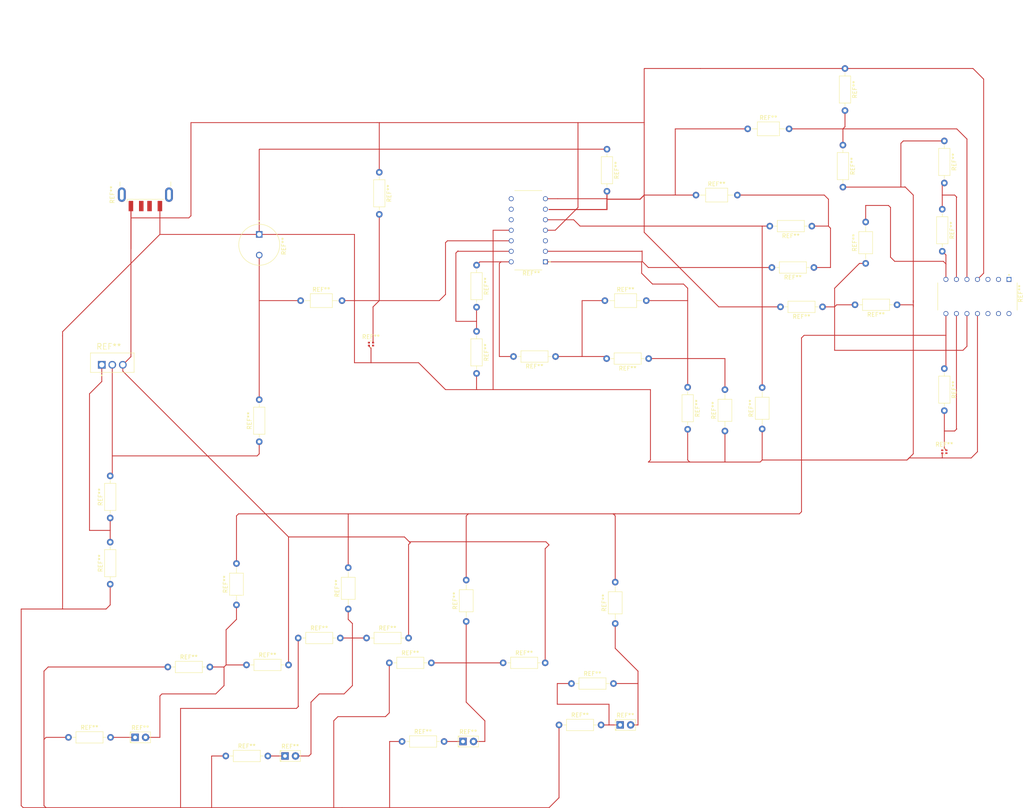
<source format=kicad_pcb>
(kicad_pcb (version 20211014) (generator pcbnew)
  (layers (0 "F.Cu" signal) (31 "B.Cu" signal) (34 "B.Paste" user) (35 "F.Paste" user) (36 "B.SilkS" user "B.Silkscreen") (37 "F.SilkS" user "F.Silkscreen") (38 "B.Mask" user) (39 "F.Mask" user) (44 "Edge.Cuts" user))
  (net 0 "")
  (footprint "LED_THT:LED_D2.0mm_W4.8mm_H2.5mm_FlatTop" (layer "F.Cu") (at 158.683901 174.495164)
    (fp_text reference "REF**" (at 1.27 -2.31) (layer "F.SilkS"))
    (fp_text value "LED_D2.0mm_W4.8mm_H2.5mm_FlatTop")
    (pad "1" thru_hole rect (at 0 0) (size 1.8 1.8) (drill 0.9) (layers *.Cu *.Mask))
    (pad "2" thru_hole circle (at 2.54 0) (size 1.8 1.8) (drill 0.9) (layers *.Cu *.Mask))
  )
  (footprint "Resistor_THT:R_Axial_DIN0207_L6.3mm_D2.5mm_P10.16mm_Horizontal" (layer "F.Cu") (at 102.92 159.5)
    (fp_text reference "REF**" (at 5.08 -2.37) (layer "F.SilkS"))
    (fp_text value "R_Axial_DIN0207_L6.3mm_D2.5mm_P10.16mm_Horizontal")
    (pad "1" thru_hole circle (at 0 0) (size 1.6 1.6) (drill 0.8) (layers *.Cu *.Mask))
    (pad "2" thru_hole oval (at 10.16 0) (size 1.6 1.6) (drill 0.8) (layers *.Cu *.Mask))
  )
  (footprint "Resistor_THT:R_Axial_DIN0207_L6.3mm_D2.5mm_P10.16mm_Horizontal" (layer "F.Cu") (at 236.5 49.92 -90)
    (fp_text reference "REF**" (at 5.08 -2.37 -270) (layer "F.SilkS"))
    (fp_text value "R_Axial_DIN0207_L6.3mm_D2.5mm_P10.16mm_Horizontal")
    (pad "1" thru_hole circle (at 0 0 270) (size 1.6 1.6) (drill 0.8) (layers *.Cu *.Mask))
    (pad "2" thru_hole oval (at 10.16 0 270) (size 1.6 1.6) (drill 0.8) (layers *.Cu *.Mask))
  )
  (footprint "Capacitor_THT:C_Axial_L5.1mm_D3.1mm_P10.00mm_Horizontal" (layer "F.Cu") (at 218 63 90)
    (fp_text reference "REF**" (at 5 -2.67 90) (layer "F.SilkS"))
    (fp_text value "C_Axial_L5.1mm_D3.1mm_P10.00mm_Horizontal")
    (pad "1" thru_hole circle (at 0 0 90) (size 1.6 1.6) (drill 0.8) (layers *.Cu *.Mask))
    (pad "2" thru_hole oval (at 10 0 90) (size 1.6 1.6) (drill 0.8) (layers *.Cu *.Mask))
  )
  (footprint "Capacitor_THT:C_Axial_L5.1mm_D3.1mm_P10.00mm_Horizontal" (layer "F.Cu") (at 184 103.5 90)
    (fp_text reference "REF**" (at 5 -2.67 90) (layer "F.SilkS"))
    (fp_text value "C_Axial_L5.1mm_D3.1mm_P10.00mm_Horizontal")
    (pad "1" thru_hole circle (at 0 0 90) (size 1.6 1.6) (drill 0.8) (layers *.Cu *.Mask))
    (pad "2" thru_hole oval (at 10 0 90) (size 1.6 1.6) (drill 0.8) (layers *.Cu *.Mask))
  )
  (footprint "Resistor_THT:R_Axial_DIN0207_L6.3mm_D2.5mm_P10.16mm_Horizontal" (layer "F.Cu") (at 155.5 35.42 -90)
    (fp_text reference "REF**" (at 5.08 -2.37 -270) (layer "F.SilkS"))
    (fp_text value "R_Axial_DIN0207_L6.3mm_D2.5mm_P10.16mm_Horizontal")
    (pad "1" thru_hole circle (at 0 0 270) (size 1.6 1.6) (drill 0.8) (layers *.Cu *.Mask))
    (pad "2" thru_hole oval (at 10.16 0 270) (size 1.6 1.6) (drill 0.8) (layers *.Cu *.Mask))
  )
  (footprint "Resistor_THT:R_Axial_DIN0207_L6.3mm_D2.5mm_P10.16mm_Horizontal" (layer "F.Cu") (at 35.5 124.5 90)
    (fp_text reference "REF**" (at 5.08 -2.37 90) (layer "F.SilkS"))
    (fp_text value "R_Axial_DIN0207_L6.3mm_D2.5mm_P10.16mm_Horizontal")
    (pad "1" thru_hole circle (at 0 0 90) (size 1.6 1.6) (drill 0.8) (layers *.Cu *.Mask))
    (pad "2" thru_hole oval (at 10.16 0 90) (size 1.6 1.6) (drill 0.8) (layers *.Cu *.Mask))
  )
  (footprint "Capacitor_THT:C_Axial_L5.1mm_D3.1mm_P10.00mm_Horizontal" (layer "F.Cu") (at 189.5 30.5)
    (fp_text reference "REF**" (at 5 -2.67) (layer "F.SilkS"))
    (fp_text value "C_Axial_L5.1mm_D3.1mm_P10.00mm_Horizontal")
    (pad "1" thru_hole circle (at 0 0) (size 1.6 1.6) (drill 0.8) (layers *.Cu *.Mask))
    (pad "2" thru_hole oval (at 10 0) (size 1.6 1.6) (drill 0.8) (layers *.Cu *.Mask))
  )
  (footprint "Resistor_THT:R_Axial_DIN0207_L6.3mm_D2.5mm_P10.16mm_Horizontal" (layer "F.Cu") (at 25.42 177.5)
    (fp_text reference "REF**" (at 5.08 -2.37) (layer "F.SilkS"))
    (fp_text value "R_Axial_DIN0207_L6.3mm_D2.5mm_P10.16mm_Horizontal")
    (pad "1" thru_hole circle (at 0 0) (size 1.6 1.6) (drill 0.8) (layers *.Cu *.Mask))
    (pad "2" thru_hole oval (at 10.16 0) (size 1.6 1.6) (drill 0.8) (layers *.Cu *.Mask))
  )
  (footprint "Resistor_THT:R_Axial_DIN0207_L6.3mm_D2.5mm_P10.16mm_Horizontal" (layer "F.Cu") (at 207.58 73.5 180)
    (fp_text reference "REF**" (at 5.08 -2.37) (layer "F.SilkS"))
    (fp_text value "R_Axial_DIN0207_L6.3mm_D2.5mm_P10.16mm_Horizontal")
    (pad "1" thru_hole circle (at 0 0 180) (size 1.6 1.6) (drill 0.8) (layers *.Cu *.Mask))
    (pad "2" thru_hole oval (at 10.16 0 180) (size 1.6 1.6) (drill 0.8) (layers *.Cu *.Mask))
  )
  (footprint "Resistor_THT:R_Axial_DIN0207_L6.3mm_D2.5mm_P10.16mm_Horizontal" (layer "F.Cu") (at 124 79.42 -90)
    (fp_text reference "REF**" (at 5.08 -2.37 90) (layer "F.SilkS"))
    (fp_text value "R_Axial_DIN0207_L6.3mm_D2.5mm_P10.16mm_Horizontal")
    (pad "1" thru_hole circle (at 0 0 270) (size 1.6 1.6) (drill 0.8) (layers *.Cu *.Mask))
    (pad "2" thru_hole oval (at 10.16 0 270) (size 1.6 1.6) (drill 0.8) (layers *.Cu *.Mask))
  )
  (footprint "Resistor_THT:R_Axial_DIN0207_L6.3mm_D2.5mm_P10.16mm_Horizontal" (layer "F.Cu") (at 63.42 182)
    (fp_text reference "REF**" (at 5.08 -2.37) (layer "F.SilkS"))
    (fp_text value "R_Axial_DIN0207_L6.3mm_D2.5mm_P10.16mm_Horizontal")
    (pad "1" thru_hole circle (at 0 0) (size 1.6 1.6) (drill 0.8) (layers *.Cu *.Mask))
    (pad "2" thru_hole oval (at 10.16 0) (size 1.6 1.6) (drill 0.8) (layers *.Cu *.Mask))
  )
  (footprint "Resistor_THT:R_Axial_DIN0207_L6.3mm_D2.5mm_P10.16mm_Horizontal" (layer "F.Cu") (at 143.92 174.5)
    (fp_text reference "REF**" (at 5.08 -2.37) (layer "F.SilkS"))
    (fp_text value "R_Axial_DIN0207_L6.3mm_D2.5mm_P10.16mm_Horizontal")
    (pad "1" thru_hole circle (at 0 0) (size 1.6 1.6) (drill 0.8) (layers *.Cu *.Mask))
    (pad "2" thru_hole oval (at 10.16 0) (size 1.6 1.6) (drill 0.8) (layers *.Cu *.Mask))
  )
  (footprint "Capacitor_THT:C_Axial_L5.1mm_D3.1mm_P10.00mm_Horizontal" (layer "F.Cu") (at 155 72)
    (fp_text reference "REF**" (at 5 -2.67) (layer "F.SilkS"))
    (fp_text value "C_Axial_L5.1mm_D3.1mm_P10.00mm_Horizontal")
    (pad "1" thru_hole circle (at 0 0) (size 1.6 1.6) (drill 0.8) (layers *.Cu *.Mask))
    (pad "2" thru_hole oval (at 10 0) (size 1.6 1.6) (drill 0.8) (layers *.Cu *.Mask))
  )
  (footprint "Resistor_THT:R_Axial_DIN0207_L6.3mm_D2.5mm_P10.16mm_Horizontal" (layer "F.Cu") (at 71.5 106.08 90)
    (fp_text reference "REF**" (at 5.08 -2.37 90) (layer "F.SilkS"))
    (fp_text value "R_Axial_DIN0207_L6.3mm_D2.5mm_P10.16mm_Horizontal")
    (pad "1" thru_hole circle (at 0 0 90) (size 1.6 1.6) (drill 0.8) (layers *.Cu *.Mask))
    (pad "2" thru_hole oval (at 10.16 0 90) (size 1.6 1.6) (drill 0.8) (layers *.Cu *.Mask))
  )
  (footprint "Resistor_THT:R_Axial_DIN0207_L6.3mm_D2.5mm_P10.16mm_Horizontal" (layer "F.Cu") (at 165.58 86 180)
    (fp_text reference "REF**" (at 5.08 -2.37) (layer "F.SilkS"))
    (fp_text value "R_Axial_DIN0207_L6.3mm_D2.5mm_P10.16mm_Horizontal")
    (pad "1" thru_hole circle (at 0 0 180) (size 1.6 1.6) (drill 0.8) (layers *.Cu *.Mask))
    (pad "2" thru_hole oval (at 10.16 0 180) (size 1.6 1.6) (drill 0.8) (layers *.Cu *.Mask))
  )
  (footprint "Resistor_THT:R_Axial_DIN0207_L6.3mm_D2.5mm_P10.16mm_Horizontal" (layer "F.Cu") (at 106 178.5)
    (fp_text reference "REF**" (at 5.08 -2.37) (layer "F.SilkS"))
    (fp_text value "R_Axial_DIN0207_L6.3mm_D2.5mm_P10.16mm_Horizontal")
    (pad "1" thru_hole circle (at 0 0) (size 1.6 1.6) (drill 0.8) (layers *.Cu *.Mask))
    (pad "2" thru_hole oval (at 10.16 0) (size 1.6 1.6) (drill 0.8) (layers *.Cu *.Mask))
  )
  (footprint "LED_THT:LED_D2.0mm_W4.8mm_H2.5mm_FlatTop" (layer "F.Cu") (at 41.5 177.5)
    (fp_text reference "REF**" (at 1.27 -2.31) (layer "F.SilkS"))
    (fp_text value "LED_D2.0mm_W4.8mm_H2.5mm_FlatTop")
    (pad "1" thru_hole rect (at 0 0) (size 1.8 1.8) (drill 0.9) (layers *.Cu *.Mask))
    (pad "2" thru_hole circle (at 2.54 0) (size 1.8 1.8) (drill 0.9) (layers *.Cu *.Mask))
  )
  (footprint "Resistor_THT:R_Axial_DIN0207_L6.3mm_D2.5mm_P10.16mm_Horizontal" (layer "F.Cu") (at 237 33.42 -90)
    (fp_text reference "REF**" (at 5.08 -2.37 -270) (layer "F.SilkS"))
    (fp_text value "R_Axial_DIN0207_L6.3mm_D2.5mm_P10.16mm_Horizontal")
    (pad "1" thru_hole circle (at 0 0 270) (size 1.6 1.6) (drill 0.8) (layers *.Cu *.Mask))
    (pad "2" thru_hole oval (at 10.16 0 270) (size 1.6 1.6) (drill 0.8) (layers *.Cu *.Mask))
  )
  (footprint "Resistor_THT:R_Axial_DIN0207_L6.3mm_D2.5mm_P10.16mm_Horizontal" (layer "F.Cu") (at 213 15.92 -90)
    (fp_text reference "REF**" (at 5.08 -2.37 -270) (layer "F.SilkS"))
    (fp_text value "R_Axial_DIN0207_L6.3mm_D2.5mm_P10.16mm_Horizontal")
    (pad "1" thru_hole circle (at 0 0 270) (size 1.6 1.6) (drill 0.8) (layers *.Cu *.Mask))
    (pad "2" thru_hole oval (at 10.16 0 270) (size 1.6 1.6) (drill 0.8) (layers *.Cu *.Mask))
  )
  (footprint "TO254P1054X470X1955-3" (layer "F.Cu") (at 36 87.5)
    (fp_text reference "REF**" (at -0.835 -4.399) (layer "F.SilkS") (effects (font (size 1.4 1.4))))
    (fp_text value "TO254P1054X470X1955-3")
    (pad "1" thru_hole rect locked (at -2.54 0) (size 1.86 1.86) (drill 1.24) (layers *.Cu *.Mask))
    (pad "2" thru_hole circle locked (at 0 0) (size 1.86 1.86) (drill 1.24) (layers *.Cu *.Mask))
    (pad "3" thru_hole circle locked (at 2.54 0) (size 1.86 1.86) (drill 1.24) (layers *.Cu *.Mask))
  )
  (footprint "Resistor_THT:R_Axial_DIN0207_L6.3mm_D2.5mm_P10.16mm_Horizontal" (layer "F.Cu") (at 49.42 160.5)
    (fp_text reference "REF**" (at 5.08 -2.37) (layer "F.SilkS"))
    (fp_text value "R_Axial_DIN0207_L6.3mm_D2.5mm_P10.16mm_Horizontal")
    (pad "1" thru_hole circle (at 0 0) (size 1.6 1.6) (drill 0.8) (layers *.Cu *.Mask))
    (pad "2" thru_hole oval (at 10.16 0) (size 1.6 1.6) (drill 0.8) (layers *.Cu *.Mask))
  )
  (footprint "Capacitor_THT:C_Axial_L5.1mm_D3.1mm_P10.00mm_Horizontal" (layer "F.Cu") (at 93 146.5 90)
    (fp_text reference "REF**" (at 5 -2.67 90) (layer "F.SilkS"))
    (fp_text value "C_Axial_L5.1mm_D3.1mm_P10.00mm_Horizontal")
    (pad "1" thru_hole circle (at 0 0 90) (size 1.6 1.6) (drill 0.8) (layers *.Cu *.Mask))
    (pad "2" thru_hole oval (at 10 0 90) (size 1.6 1.6) (drill 0.8) (layers *.Cu *.Mask))
  )
  (footprint "Resistor_THT:R_Axial_DIN0207_L6.3mm_D2.5mm_P10.16mm_Horizontal" (layer "F.Cu") (at 68.42 160)
    (fp_text reference "REF**" (at 5.08 -2.37) (layer "F.SilkS"))
    (fp_text value "R_Axial_DIN0207_L6.3mm_D2.5mm_P10.16mm_Horizontal")
    (pad "1" thru_hole circle (at 0 0) (size 1.6 1.6) (drill 0.8) (layers *.Cu *.Mask))
    (pad "2" thru_hole oval (at 10.16 0) (size 1.6 1.6) (drill 0.8) (layers *.Cu *.Mask))
  )
  (footprint "Resistor_THT:R_Axial_DIN0207_L6.3mm_D2.5mm_P10.16mm_Horizontal" (layer "F.Cu") (at 225.58 73 180)
    (fp_text reference "REF**" (at 5.08 -2.37) (layer "F.SilkS"))
    (fp_text value "R_Axial_DIN0207_L6.3mm_D2.5mm_P10.16mm_Horizontal")
    (pad "1" thru_hole circle (at 0 0 180) (size 1.6 1.6) (drill 0.8) (layers *.Cu *.Mask))
    (pad "2" thru_hole oval (at 10.16 0 180) (size 1.6 1.6) (drill 0.8) (layers *.Cu *.Mask))
  )
  (footprint "XDCR_MA300D1-1" (layer "F.Cu") (at 71.5 58.5 -90)
    (fp_text reference "REF**" (at 0.325 -5.935 90) (layer "F.SilkS"))
    (fp_text value "XDCR_MA300D1-1")
    (pad "1" thru_hole rect locked (at -2.5 0 270) (size 1.59 1.59) (drill 1.06) (layers *.Cu *.Mask))
    (pad "2" thru_hole circle locked (at 2.5 0 270) (size 1.59 1.59) (drill 1.06) (layers *.Cu *.Mask))
  )
  (footprint "DIP825W47P254L1917H533Q14" (layer "F.Cu") (at 245 71 -90)
    (fp_text reference "REF**" (at -0.717 -10.4005 90) (layer "F.SilkS"))
    (fp_text value "DIP825W47P254L1917H533Q14")
    (pad "1" thru_hole rect locked (at -4.1275 -7.62 270) (size 1.18 1.18) (drill 0.83) (layers *.Cu *.Mask))
    (pad "2" thru_hole circle locked (at -4.1275 -5.08 270) (size 1.18 1.18) (drill 0.83) (layers *.Cu *.Mask))
    (pad "3" thru_hole circle locked (at -4.1275 -2.54 270) (size 1.18 1.18) (drill 0.83) (layers *.Cu *.Mask))
    (pad "4" thru_hole circle locked (at -4.1275 0 270) (size 1.18 1.18) (drill 0.83) (layers *.Cu *.Mask))
    (pad "5" thru_hole circle locked (at -4.1275 2.54 270) (size 1.18 1.18) (drill 0.83) (layers *.Cu *.Mask))
    (pad "6" thru_hole circle locked (at -4.1275 5.08 270) (size 1.18 1.18) (drill 0.83) (layers *.Cu *.Mask))
    (pad "7" thru_hole circle locked (at -4.1275 7.62 270) (size 1.18 1.18) (drill 0.83) (layers *.Cu *.Mask))
    (pad "8" thru_hole circle locked (at 4.1275 7.62 270) (size 1.18 1.18) (drill 0.83) (layers *.Cu *.Mask))
    (pad "9" thru_hole circle locked (at 4.1275 5.08 270) (size 1.18 1.18) (drill 0.83) (layers *.Cu *.Mask))
    (pad "10" thru_hole circle locked (at 4.1275 2.54 270) (size 1.18 1.18) (drill 0.83) (layers *.Cu *.Mask))
    (pad "11" thru_hole circle locked (at 4.1275 0 270) (size 1.18 1.18) (drill 0.83) (layers *.Cu *.Mask))
    (pad "12" thru_hole circle locked (at 4.1275 -2.54 270) (size 1.18 1.18) (drill 0.83) (layers *.Cu *.Mask))
    (pad "13" thru_hole circle locked (at 4.1275 -5.08 270) (size 1.18 1.18) (drill 0.83) (layers *.Cu *.Mask))
    (pad "14" thru_hole circle locked (at 4.1275 -7.62 270) (size 1.18 1.18) (drill 0.83) (layers *.Cu *.Mask))
  )
  (footprint "Resistor_THT:R_Axial_DIN0207_L6.3mm_D2.5mm_P10.16mm_Horizontal" (layer "F.Cu") (at 212.5 34.42 -90)
    (fp_text reference "REF**" (at 5.08 -2.37 -270) (layer "F.SilkS"))
    (fp_text value "R_Axial_DIN0207_L6.3mm_D2.5mm_P10.16mm_Horizontal")
    (pad "1" thru_hole circle (at 0 0 270) (size 1.6 1.6) (drill 0.8) (layers *.Cu *.Mask))
    (pad "2" thru_hole oval (at 10.16 0 270) (size 1.6 1.6) (drill 0.8) (layers *.Cu *.Mask))
  )
  (footprint "Resistor_SMD:R_Array_Convex_2x0402" (layer "F.Cu") (at 237 108.5)
    (fp_text reference "REF**" (at 0 -1.75) (layer "F.SilkS"))
    (fp_text value "R_Array_Convex_2x0402")
    (pad "1" smd rect (at -0.5 -0.35) (size 0.5 0.4) (layers "F.Cu" "F.Paste" "F.Mask"))
    (pad "2" smd rect (at -0.5 0.35) (size 0.5 0.4) (layers "F.Cu" "F.Paste" "F.Mask"))
    (pad "3" smd rect (at 0.5 0.35) (size 0.5 0.4) (layers "F.Cu" "F.Paste" "F.Mask"))
    (pad "4" smd rect (at 0.5 -0.35) (size 0.5 0.4) (layers "F.Cu" "F.Paste" "F.Mask"))
  )
  (footprint "Capacitor_THT:C_Axial_L5.1mm_D3.1mm_P10.00mm_Horizontal" (layer "F.Cu") (at 157.5 150 90)
    (fp_text reference "REF**" (at 5 -2.67 90) (layer "F.SilkS"))
    (fp_text value "C_Axial_L5.1mm_D3.1mm_P10.00mm_Horizontal")
    (pad "1" thru_hole circle (at 0 0 90) (size 1.6 1.6) (drill 0.8) (layers *.Cu *.Mask))
    (pad "2" thru_hole oval (at 10 0 90) (size 1.6 1.6) (drill 0.8) (layers *.Cu *.Mask))
  )
  (footprint "Resistor_THT:R_Axial_DIN0207_L6.3mm_D2.5mm_P10.16mm_Horizontal" (layer "F.Cu") (at 35.5 140.5 90)
    (fp_text reference "REF**" (at 5.08 -2.37 90) (layer "F.SilkS"))
    (fp_text value "R_Axial_DIN0207_L6.3mm_D2.5mm_P10.16mm_Horizontal")
    (pad "1" thru_hole circle (at 0 0 90) (size 1.6 1.6) (drill 0.8) (layers *.Cu *.Mask))
    (pad "2" thru_hole oval (at 10.16 0 90) (size 1.6 1.6) (drill 0.8) (layers *.Cu *.Mask))
  )
  (footprint "Capacitor_THT:C_Axial_L5.1mm_D3.1mm_P10.00mm_Horizontal" (layer "F.Cu") (at 177 46.5)
    (fp_text reference "REF**" (at 5 -2.67) (layer "F.SilkS"))
    (fp_text value "C_Axial_L5.1mm_D3.1mm_P10.00mm_Horizontal")
    (pad "1" thru_hole circle (at 0 0) (size 1.6 1.6) (drill 0.8) (layers *.Cu *.Mask))
    (pad "2" thru_hole oval (at 10 0) (size 1.6 1.6) (drill 0.8) (layers *.Cu *.Mask))
  )
  (footprint "Resistor_THT:R_Axial_DIN0207_L6.3mm_D2.5mm_P10.16mm_Horizontal" (layer "F.Cu") (at 130.42 159.5)
    (fp_text reference "REF**" (at 5.08 -2.37) (layer "F.SilkS"))
    (fp_text value "R_Axial_DIN0207_L6.3mm_D2.5mm_P10.16mm_Horizontal")
    (pad "1" thru_hole circle (at 0 0) (size 1.6 1.6) (drill 0.8) (layers *.Cu *.Mask))
    (pad "2" thru_hole oval (at 10.16 0) (size 1.6 1.6) (drill 0.8) (layers *.Cu *.Mask))
  )
  (footprint "Resistor_THT:R_Axial_DIN0207_L6.3mm_D2.5mm_P10.16mm_Horizontal" (layer "F.Cu") (at 146.92 164.5)
    (fp_text reference "REF**" (at 5.08 -2.37) (layer "F.SilkS"))
    (fp_text value "R_Axial_DIN0207_L6.3mm_D2.5mm_P10.16mm_Horizontal")
    (pad "1" thru_hole circle (at 0 0) (size 1.6 1.6) (drill 0.8) (layers *.Cu *.Mask))
    (pad "2" thru_hole oval (at 10.16 0) (size 1.6 1.6) (drill 0.8) (layers *.Cu *.Mask))
  )
  (footprint "Resistor_THT:R_Axial_DIN0207_L6.3mm_D2.5mm_P10.16mm_Horizontal" (layer "F.Cu") (at 97.42 153.5)
    (fp_text reference "REF**" (at 5.08 -2.37) (layer "F.SilkS"))
    (fp_text value "R_Axial_DIN0207_L6.3mm_D2.5mm_P10.16mm_Horizontal")
    (pad "1" thru_hole circle (at 0 0) (size 1.6 1.6) (drill 0.8) (layers *.Cu *.Mask))
    (pad "2" thru_hole oval (at 10.16 0) (size 1.6 1.6) (drill 0.8) (layers *.Cu *.Mask))
  )
  (footprint "LED_THT:LED_D2.0mm_W4.8mm_H2.5mm_FlatTop" (layer "F.Cu") (at 77.725 182)
    (fp_text reference "REF**" (at 1.27 -2.31) (layer "F.SilkS"))
    (fp_text value "LED_D2.0mm_W4.8mm_H2.5mm_FlatTop")
    (pad "1" thru_hole rect (at 0 0) (size 1.8 1.8) (drill 0.9) (layers *.Cu *.Mask))
    (pad "2" thru_hole circle (at 2.54 0) (size 1.8 1.8) (drill 0.9) (layers *.Cu *.Mask))
  )
  (footprint "Resistor_THT:R_Axial_DIN0207_L6.3mm_D2.5mm_P10.16mm_Horizontal" (layer "F.Cu") (at 175 92.92 -90)
    (fp_text reference "REF**" (at 5.08 -2.37 -270) (layer "F.SilkS"))
    (fp_text value "R_Axial_DIN0207_L6.3mm_D2.5mm_P10.16mm_Horizontal")
    (pad "1" thru_hole circle (at 0 0 270) (size 1.6 1.6) (drill 0.8) (layers *.Cu *.Mask))
    (pad "2" thru_hole oval (at 10.16 0 270) (size 1.6 1.6) (drill 0.8) (layers *.Cu *.Mask))
  )
  (footprint "Resistor_THT:R_Axial_DIN0207_L6.3mm_D2.5mm_P10.16mm_Horizontal" (layer "F.Cu") (at 237 88.42 -90)
    (fp_text reference "REF**" (at 5.08 -2.37 -270) (layer "F.SilkS"))
    (fp_text value "R_Axial_DIN0207_L6.3mm_D2.5mm_P10.16mm_Horizontal")
    (pad "1" thru_hole circle (at 0 0 270) (size 1.6 1.6) (drill 0.8) (layers *.Cu *.Mask))
    (pad "2" thru_hole oval (at 10.16 0 270) (size 1.6 1.6) (drill 0.8) (layers *.Cu *.Mask))
  )
  (footprint "Capacitor_THT:C_Axial_L5.1mm_D3.1mm_P10.00mm_Horizontal" (layer "F.Cu") (at 66 145.5 90)
    (fp_text reference "REF**" (at 5 -2.67 90) (layer "F.SilkS"))
    (fp_text value "C_Axial_L5.1mm_D3.1mm_P10.00mm_Horizontal")
    (pad "1" thru_hole circle (at 0 0 90) (size 1.6 1.6) (drill 0.8) (layers *.Cu *.Mask))
    (pad "2" thru_hole oval (at 10 0 90) (size 1.6 1.6) (drill 0.8) (layers *.Cu *.Mask))
  )
  (footprint "Connector_USB:USB_A_CNCTech_1001-011-01101_Horizontal" (layer "F.Cu") (at 44 39.5 90)
    (fp_text reference "REF**" (at -6.9 -8 90) (layer "F.SilkS"))
    (fp_text value "USB_A_CNCTech_1001-011-01101_Horizontal")
    (pad "" np_thru_hole circle (at -6.9 2.3 90) (size 1.1 1.1) (drill 1.1) (layers *.Cu *.Mask))
    (pad "" np_thru_hole circle (at -6.9 -2.3 90) (size 1.1 1.1) (drill 1.1) (layers *.Cu *.Mask))
    (pad "1" smd rect (at -9.65 -3.5 90) (size 2.5 1.1) (layers "F.Cu" "F.Paste" "F.Mask"))
    (pad "2" smd rect (at -9.65 -1 90) (size 2.5 1.1) (layers "F.Cu" "F.Paste" "F.Mask"))
    (pad "3" smd rect (at -9.65 1 90) (size 2.5 1.1) (layers "F.Cu" "F.Paste" "F.Mask"))
    (pad "4" smd rect (at -9.65 3.5 90) (size 2.5 1.1) (layers "F.Cu" "F.Paste" "F.Mask"))
    (pad "5" thru_hole oval (at -6.9 -5.7 90) (size 3.5 1.9) (drill oval 2.5 0.9) (layers *.Cu *.Mask))
    (pad "5" thru_hole oval (at -6.9 5.7 90) (size 3.5 1.9) (drill oval 2.5 0.9) (layers *.Cu *.Mask))
  )
  (footprint "Resistor_SMD:R_Array_Convex_2x0402" (layer "F.Cu") (at 98.5 82.5)
    (fp_text reference "REF**" (at 0 -1.75) (layer "F.SilkS"))
    (fp_text value "R_Array_Convex_2x0402")
    (pad "1" smd rect (at -0.5 -0.35) (size 0.5 0.4) (layers "F.Cu" "F.Paste" "F.Mask"))
    (pad "2" smd rect (at -0.5 0.35) (size 0.5 0.4) (layers "F.Cu" "F.Paste" "F.Mask"))
    (pad "3" smd rect (at 0.5 0.35) (size 0.5 0.4) (layers "F.Cu" "F.Paste" "F.Mask"))
    (pad "4" smd rect (at 0.5 -0.35) (size 0.5 0.4) (layers "F.Cu" "F.Paste" "F.Mask"))
  )
  (footprint "Capacitor_THT:C_Axial_L5.1mm_D3.1mm_P10.00mm_Horizontal" (layer "F.Cu") (at 193 103 90)
    (fp_text reference "REF**" (at 5 -2.67 90) (layer "F.SilkS"))
    (fp_text value "C_Axial_L5.1mm_D3.1mm_P10.00mm_Horizontal")
    (pad "1" thru_hole circle (at 0 0 90) (size 1.6 1.6) (drill 0.8) (layers *.Cu *.Mask))
    (pad "2" thru_hole oval (at 10 0 90) (size 1.6 1.6) (drill 0.8) (layers *.Cu *.Mask))
  )
  (footprint "Resistor_THT:R_Axial_DIN0207_L6.3mm_D2.5mm_P10.16mm_Horizontal" (layer "F.Cu") (at 124 63.42 -90)
    (fp_text reference "REF**" (at 5.08 -2.37 90) (layer "F.SilkS"))
    (fp_text value "R_Axial_DIN0207_L6.3mm_D2.5mm_P10.16mm_Horizontal")
    (pad "1" thru_hole circle (at 0 0 270) (size 1.6 1.6) (drill 0.8) (layers *.Cu *.Mask))
    (pad "2" thru_hole oval (at 10.16 0 270) (size 1.6 1.6) (drill 0.8) (layers *.Cu *.Mask))
  )
  (footprint "DIP825W47P254L1917H533Q14" (layer "F.Cu") (at 136.5 55 180)
    (fp_text reference "REF**" (at -0.717 -10.4005) (layer "F.SilkS"))
    (fp_text value "DIP825W47P254L1917H533Q14")
    (pad "1" thru_hole rect locked (at -4.1275 -7.62 180) (size 1.18 1.18) (drill 0.83) (layers *.Cu *.Mask))
    (pad "2" thru_hole circle locked (at -4.1275 -5.08 180) (size 1.18 1.18) (drill 0.83) (layers *.Cu *.Mask))
    (pad "3" thru_hole circle locked (at -4.1275 -2.54 180) (size 1.18 1.18) (drill 0.83) (layers *.Cu *.Mask))
    (pad "4" thru_hole circle locked (at -4.1275 0 180) (size 1.18 1.18) (drill 0.83) (layers *.Cu *.Mask))
    (pad "5" thru_hole circle locked (at -4.1275 2.54 180) (size 1.18 1.18) (drill 0.83) (layers *.Cu *.Mask))
    (pad "6" thru_hole circle locked (at -4.1275 5.08 180) (size 1.18 1.18) (drill 0.83) (layers *.Cu *.Mask))
    (pad "7" thru_hole circle locked (at -4.1275 7.62 180) (size 1.18 1.18) (drill 0.83) (layers *.Cu *.Mask))
    (pad "8" thru_hole circle locked (at 4.1275 7.62 180) (size 1.18 1.18) (drill 0.83) (layers *.Cu *.Mask))
    (pad "9" thru_hole circle locked (at 4.1275 5.08 180) (size 1.18 1.18) (drill 0.83) (layers *.Cu *.Mask))
    (pad "10" thru_hole circle locked (at 4.1275 2.54 180) (size 1.18 1.18) (drill 0.83) (layers *.Cu *.Mask))
    (pad "11" thru_hole circle locked (at 4.1275 0 180) (size 1.18 1.18) (drill 0.83) (layers *.Cu *.Mask))
    (pad "12" thru_hole circle locked (at 4.1275 -2.54 180) (size 1.18 1.18) (drill 0.83) (layers *.Cu *.Mask))
    (pad "13" thru_hole circle locked (at 4.1275 -5.08 180) (size 1.18 1.18) (drill 0.83) (layers *.Cu *.Mask))
    (pad "14" thru_hole circle locked (at 4.1275 -7.62 180) (size 1.18 1.18) (drill 0.83) (layers *.Cu *.Mask))
  )
  (footprint "Resistor_THT:R_Axial_DIN0207_L6.3mm_D2.5mm_P10.16mm_Horizontal" (layer "F.Cu") (at 205.5 64 180)
    (fp_text reference "REF**" (at 5.08 -2.37) (layer "F.SilkS"))
    (fp_text value "R_Axial_DIN0207_L6.3mm_D2.5mm_P10.16mm_Horizontal")
    (pad "1" thru_hole circle (at 0 0 180) (size 1.6 1.6) (drill 0.8) (layers *.Cu *.Mask))
    (pad "2" thru_hole oval (at 10.16 0 180) (size 1.6 1.6) (drill 0.8) (layers *.Cu *.Mask))
  )
  (footprint "LED_THT:LED_D2.0mm_W4.8mm_H2.5mm_FlatTop" (layer "F.Cu") (at 120.725 178.5)
    (fp_text reference "REF**" (at 1.27 -2.31) (layer "F.SilkS"))
    (fp_text value "LED_D2.0mm_W4.8mm_H2.5mm_FlatTop")
    (pad "1" thru_hole rect (at 0 0) (size 1.8 1.8) (drill 0.9) (layers *.Cu *.Mask))
    (pad "2" thru_hole circle (at 2.54 0) (size 1.8 1.8) (drill 0.9) (layers *.Cu *.Mask))
  )
  (footprint "Resistor_THT:R_Axial_DIN0207_L6.3mm_D2.5mm_P10.16mm_Horizontal" (layer "F.Cu") (at 100.5 41 -90)
    (fp_text reference "REF**" (at 5.08 -2.37 90) (layer "F.SilkS"))
    (fp_text value "R_Axial_DIN0207_L6.3mm_D2.5mm_P10.16mm_Horizontal")
    (pad "1" thru_hole circle (at 0 0 270) (size 1.6 1.6) (drill 0.8) (layers *.Cu *.Mask))
    (pad "2" thru_hole oval (at 10.16 0 270) (size 1.6 1.6) (drill 0.8) (layers *.Cu *.Mask))
  )
  (footprint "Capacitor_THT:C_Axial_L5.1mm_D3.1mm_P10.00mm_Horizontal" (layer "F.Cu") (at 81.5 72)
    (fp_text reference "REF**" (at 5 -2.67) (layer "F.SilkS"))
    (fp_text value "C_Axial_L5.1mm_D3.1mm_P10.00mm_Horizontal")
    (pad "1" thru_hole circle (at 0 0) (size 1.6 1.6) (drill 0.8) (layers *.Cu *.Mask))
    (pad "2" thru_hole oval (at 10 0) (size 1.6 1.6) (drill 0.8) (layers *.Cu *.Mask))
  )
  (footprint "Resistor_THT:R_Axial_DIN0207_L6.3mm_D2.5mm_P10.16mm_Horizontal" (layer "F.Cu") (at 143.08 85.5 180)
    (fp_text reference "REF**" (at 5.08 -2.37) (layer "F.SilkS"))
    (fp_text value "R_Axial_DIN0207_L6.3mm_D2.5mm_P10.16mm_Horizontal")
    (pad "1" thru_hole circle (at 0 0 180) (size 1.6 1.6) (drill 0.8) (layers *.Cu *.Mask))
    (pad "2" thru_hole oval (at 10.16 0 180) (size 1.6 1.6) (drill 0.8) (layers *.Cu *.Mask))
  )
  (footprint "Resistor_THT:R_Axial_DIN0207_L6.3mm_D2.5mm_P10.16mm_Horizontal" (layer "F.Cu") (at 205 54 180)
    (fp_text reference "REF**" (at 5.08 -2.37) (layer "F.SilkS"))
    (fp_text value "R_Axial_DIN0207_L6.3mm_D2.5mm_P10.16mm_Horizontal")
    (pad "1" thru_hole circle (at 0 0 180) (size 1.6 1.6) (drill 0.8) (layers *.Cu *.Mask))
    (pad "2" thru_hole oval (at 10.16 0 180) (size 1.6 1.6) (drill 0.8) (layers *.Cu *.Mask))
  )
  (footprint "Capacitor_THT:C_Axial_L5.1mm_D3.1mm_P10.00mm_Horizontal" (layer "F.Cu") (at 121.5 149.5 90)
    (fp_text reference "REF**" (at 5 -2.67 90) (layer "F.SilkS"))
    (fp_text value "C_Axial_L5.1mm_D3.1mm_P10.00mm_Horizontal")
    (pad "1" thru_hole circle (at 0 0 90) (size 1.6 1.6) (drill 0.8) (layers *.Cu *.Mask))
    (pad "2" thru_hole oval (at 10 0 90) (size 1.6 1.6) (drill 0.8) (layers *.Cu *.Mask))
  )
  (footprint "Resistor_THT:R_Axial_DIN0207_L6.3mm_D2.5mm_P10.16mm_Horizontal" (layer "F.Cu") (at 80.92 153.5)
    (fp_text reference "REF**" (at 5.08 -2.37) (layer "F.SilkS"))
    (fp_text value "R_Axial_DIN0207_L6.3mm_D2.5mm_P10.16mm_Horizontal")
    (pad "1" thru_hole circle (at 0 0) (size 1.6 1.6) (drill 0.8) (layers *.Cu *.Mask))
    (pad "2" thru_hole oval (at 10.16 0) (size 1.6 1.6) (drill 0.8) (layers *.Cu *.Mask))
  )
  (segment (start 33.46 87.5) (end 33.46 91.54) (width 0.2) (layer "F.Cu") (net 0))
  (segment (start 229.5 109) (end 229.5 73) (width 0.2) (layer "F.Cu") (net 0))
  (segment (start 102 172.5) (end 90.5 172.5) (width 0.2) (layer "F.Cu") (net 0))
  (segment (start 157.5 123.5) (end 122 123.5) (width 0.2) (layer "F.Cu") (net 0))
  (segment (start 99 73.5) (end 100.5 72) (width 0.2) (layer "F.Cu") (net 0))
  (segment (start 119.58 60.08) (end 119.5 60) (width 0.2) (layer "F.Cu") (net 0))
  (segment (start 121.5 159.5) (end 130.42 159.5) (width 0.2) (layer "F.Cu") (net 0))
  (segment (start 202.5 123) (end 202 123.5) (width 0.2) (layer "F.Cu") (net 0))
  (segment (start 210.5 73.5) (end 210.5 84) (width 0.2) (layer "F.Cu") (net 0))
  (segment (start 162.995164 174.495164) (end 161.223901 174.495164) (width 0.2) (layer "F.Cu") (net 0))
  (segment (start 143.92 192.08) (end 143.92 174.5) (width 0.2) (layer "F.Cu") (net 0))
  (segment (start 71.5 109) (end 71 109.5) (width 0.2) (layer "F.Cu") (net 0))
  (segment (start 236.5 46.5) (end 236.5 44.08) (width 0.2) (layer "F.Cu") (net 0))
  (segment (start 237 103.5) (end 237 107.65) (width 0.2) (layer "F.Cu") (net 0))
  (segment (start 243.5 110) (end 245 108.5) (width 0.2) (layer "F.Cu") (net 0))
  (segment (start 119 60.5) (end 119 77) (width 0.2) (layer "F.Cu") (net 0))
  (segment (start 157.5 123.5) (end 157 123.5) (width 0.2) (layer "F.Cu") (net 0))
  (segment (start 210.5 73.5) (end 211 73) (width 0.2) (layer "F.Cu") (net 0))
  (segment (start 100.5 41) (end 100.5 29) (width 0.2) (layer "F.Cu") (net 0))
  (segment (start 236.76 62.5) (end 225 62.5) (width 0.2) (layer "F.Cu") (net 0))
  (segment (start 243.92 15.92) (end 246.5 18.5) (width 0.2) (layer "F.Cu") (net 0))
  (segment (start 52.5 194.5) (end 91.5 194.5) (width 0.2) (layer "F.Cu") (net 0))
  (segment (start 40.5 49.15) (end 40.5 52) (width 0.2) (layer "F.Cu") (net 0))
  (segment (start 141.5 194.5) (end 143.92 192.08) (width 0.2) (layer "F.Cu") (net 0))
  (segment (start 164.58 15.92) (end 164.5 16) (width 0.2) (layer "F.Cu") (net 0))
  (segment (start 224 49.5) (end 223.5 49) (width 0.2) (layer "F.Cu") (net 0))
  (segment (start 20 194.5) (end 52.5 194.5) (width 0.2) (layer "F.Cu") (net 0))
  (segment (start 212.5 30.5) (end 212.5 34.42) (width 0.2) (layer "F.Cu") (net 0))
  (segment (start 36 113.84) (end 35.5 114.34) (width 0.2) (layer "F.Cu") (net 0))
  (segment (start 124 93) (end 124 89.58) (width 0.2) (layer "F.Cu") (net 0))
  (segment (start 20.5 160.5) (end 19.5 161.5) (width 0.2) (layer "F.Cu") (net 0))
  (segment (start 140.6275 62.62) (end 163.88 62.62) (width 0.2) (layer "F.Cu") (net 0))
  (segment (start 163.88 65.38) (end 166.5 68) (width 0.2) (layer "F.Cu") (net 0))
  (segment (start 93 123.5) (end 93 136.5) (width 0.2) (layer "F.Cu") (net 0))
  (segment (start 184 86) (end 184 93.5) (width 0.2) (layer "F.Cu") (net 0))
  (segment (start 115 72) (end 116.5 70.5) (width 0.2) (layer "F.Cu") (net 0))
  (segment (start 157 123.5) (end 157.5 124) (width 0.2) (layer "F.Cu") (net 0))
  (segment (start 19.5 194) (end 20 194.5) (width 0.2) (layer "F.Cu") (net 0))
  (segment (start 71.5 56) (end 94.5 56) (width 0.2) (layer "F.Cu") (net 0))
  (segment (start 141.5 131) (end 140.58 131.92) (width 0.2) (layer "F.Cu") (net 0))
  (segment (start 40.5 85.54) (end 38.54 87.5) (width 0.2) (layer "F.Cu") (net 0))
  (segment (start 182.5 73.5) (end 164.5 55.5) (width 0.2) (layer "F.Cu") (net 0))
  (segment (start 241.5 84) (end 242.46 83.04) (width 0.2) (layer "F.Cu") (net 0))
  (segment (start 121.5 159.5) (end 113.08 159.5) (width 0.2) (layer "F.Cu") (net 0))
  (segment (start 211 73) (end 215.42 73) (width 0.2) (layer "F.Cu") (net 0))
  (segment (start 140.6275 60.08) (end 163.92 60.08) (width 0.2) (layer "F.Cu") (net 0))
  (segment (start 63 160.5) (end 63 165) (width 0.2) (layer "F.Cu") (net 0))
  (segment (start 71.58 35.42) (end 71.5 35.5) (width 0.2) (layer "F.Cu") (net 0))
  (segment (start 121.5 149.5) (end 121.5 159.5) (width 0.2) (layer "F.Cu") (net 0))
  (segment (start 166 110.5) (end 165.5 111) (width 0.2) (layer "F.Cu") (net 0))
  (segment (start 156.004836 174.495164) (end 156 174.5) (width 0.2) (layer "F.Cu") (net 0))
  (segment (start 106.58 129.08) (end 107.75 130.25) (width 0.2) (layer "F.Cu") (net 0))
  (segment (start 149 54) (end 147.46 52.46) (width 0.2) (layer "F.Cu") (net 0))
  (segment (start 121.5 169) (end 126 173.5) (width 0.2) (layer "F.Cu") (net 0))
  (segment (start 61 167) (end 48 167) (width 0.2) (layer "F.Cu") (net 0))
  (segment (start 100.5 29) (end 164.5 29) (width 0.2) (layer "F.Cu") (net 0))
  (segment (start 242.46 32.96) (end 242.46 66.8725) (width 0.2) (layer "F.Cu") (net 0))
  (segment (start 193 54) (end 193 93) (width 0.2) (layer "F.Cu") (net 0))
  (segment (start 38.54 89.04) (end 78.58 129.08) (width 0.2) (layer "F.Cu") (net 0))
  (segment (start 157.5 150) (end 157.5 156) (width 0.2) (layer "F.Cu") (net 0))
  (segment (start 163.88 62.62) (end 163.88 65.38) (width 0.2) (layer "F.Cu") (net 0))
  (segment (start 77.725 182) (end 73.58 182) (width 0.2) (layer "F.Cu") (net 0))
  (segment (start 14 146.5) (end 14 194) (width 0.2) (layer "F.Cu") (net 0))
  (segment (start 175.5 111) (end 175 110.5) (width 0.2) (layer "F.Cu") (net 0))
  (segment (start 107.75 130.25) (end 108 130.5) (width 0.2) (layer "F.Cu") (net 0))
  (segment (start 218 63) (end 216.5 63) (width 0.2) (layer "F.Cu") (net 0))
  (segment (start 240 47) (end 239.92 47.08) (width 0.2) (layer "F.Cu") (net 0))
  (segment (start 100.5 51.16) (end 100.5 72) (width 0.2) (layer "F.Cu") (net 0))
  (segment (start 229.5 73) (end 225.58 73) (width 0.2) (layer "F.Cu") (net 0))
  (segment (start 14 194) (end 14.5 194.5) (width 0.2) (layer "F.Cu") (net 0))
  (segment (start 19.5 161.5) (end 19.5 178) (width 0.2) (layer "F.Cu") (net 0))
  (segment (start 210.5 69) (end 210.5 73.5) (width 0.2) (layer "F.Cu") (net 0))
  (segment (start 140.75 130.25) (end 141.5 131) (width 0.2) (layer "F.Cu") (net 0))
  (segment (start 194.84 54) (end 193 54) (width 0.2) (layer "F.Cu") (net 0))
  (segment (start 157.5 124) (end 157.5 140) (width 0.2) (layer "F.Cu") (net 0))
  (segment (start 84 181.5) (end 83.5 182) (width 0.2) (layer "F.Cu") (net 0))
  (segment (start 149.5 85.5) (end 149.5 72) (width 0.2) (layer "F.Cu") (net 0))
  (segment (start 164 62.5) (end 165.5 64) (width 0.2) (layer "F.Cu") (net 0))
  (segment (start 143.5 164.5) (end 146.92 164.5) (width 0.2) (layer "F.Cu") (net 0))
  (segment (start 184 111) (end 184 103.5) (width 0.2) (layer "F.Cu") (net 0))
  (segment (start 165.58 86) (end 184 86) (width 0.2) (layer "F.Cu") (net 0))
  (segment (start 202.5 81) (end 202.5 123) (width 0.2) (layer "F.Cu") (net 0))
  (segment (start 237.38 88.04) (end 237 88.42) (width 0.2) (layer "F.Cu") (net 0))
  (segment (start 154.92 85.5) (end 155.42 86) (width 0.2) (layer "F.Cu") (net 0))
  (segment (start 30.5 127.5) (end 35.5 127.5) (width 0.2) (layer "F.Cu") (net 0))
  (segment (start 175 72) (end 165 72) (width 0.2) (layer "F.Cu") (net 0))
  (segment (start 229.5 72) (end 229.5 72.5) (width 0.2) (layer "F.Cu") (net 0))
  (segment (start 47.5 177.5) (end 44.04 177.5) (width 0.2) (layer "F.Cu") (net 0))
  (segment (start 81 170) (end 80.5 170.5) (width 0.2) (layer "F.Cu") (net 0))
  (segment (start 227.5 44.5) (end 229.5 46.5) (width 0.2) (layer "F.Cu") (net 0))
  (segment (start 212.5 30.5) (end 213 30) (width 0.2) (layer "F.Cu") (net 0))
  (segment (start 166.5 68) (end 174 68) (width 0.2) (layer "F.Cu") (net 0))
  (segment (start 240 103) (end 239.92 102.92) (width 0.2) (layer "F.Cu") (net 0))
  (segment (start 121.5 124) (end 121.5 139.5) (width 0.2) (layer "F.Cu") (net 0))
  (segment (start 20 177.5) (end 25.42 177.5) (width 0.2) (layer "F.Cu") (net 0))
  (segment (start 175 92.92) (end 175 72) (width 0.2) (layer "F.Cu") (net 0))
  (segment (start 35.5 127.5) (end 35.5 130.34) (width 0.2) (layer "F.Cu") (net 0))
  (segment (start 71.5 35.5) (end 71.5 56) (width 0.2) (layer "F.Cu") (net 0))
  (segment (start 116.96 57.54) (end 132.3725 57.54) (width 0.2) (layer "F.Cu") (net 0))
  (segment (start 163.5 47.5) (end 164.5 46.5) (width 0.25) (layer "F.Cu") (net 0))
  (segment (start 184 111) (end 192.5 111) (width 0.2) (layer "F.Cu") (net 0))
  (segment (start 225 62.5) (end 224 61.5) (width 0.2) (layer "F.Cu") (net 0))
  (segment (start 205.5 64) (end 209.5 64) (width 0.2) (layer "F.Cu") (net 0))
  (segment (start 237.38 66.8725) (end 237.38 63.12) (width 0.2) (layer "F.Cu") (net 0))
  (segment (start 209 47.5) (end 208 46.5) (width 0.2) (layer "F.Cu") (net 0))
  (segment (start 36 87.5) (end 36 113.84) (width 0.2) (layer "F.Cu") (net 0))
  (segment (start 165.5 64) (end 195.34 64) (width 0.2) (layer "F.Cu") (net 0))
  (segment (start 80.92 169.92) (end 81 170) (width 0.2) (layer "F.Cu") (net 0))
  (segment (start 129.5 85.5) (end 132.92 85.5) (width 0.2) (layer "F.Cu") (net 0))
  (segment (start 237 103.5) (end 239.5 103.5) (width 0.2) (layer "F.Cu") (net 0))
  (segment (start 147.46 52.46) (end 140.6275 52.46) (width 0.2) (layer "F.Cu") (net 0))
  (segment (start 81.5 72) (end 71.5 72) (width 0.2) (layer "F.Cu") (net 0))
  (segment (start 63 160.5) (end 59.58 160.5) (width 0.2) (layer "F.Cu") (net 0))
  (segment (start 242.46 83.04) (end 242.46 75.1275) (width 0.2) (layer "F.Cu") (net 0))
  (segment (start 143.62 47.38) (end 155.38 47.38) (width 0.2) (layer "F.Cu") (net 0))
  (segment (start 71.5 106.08) (end 71.5 109) (width 0.2) (layer "F.Cu") (net 0))
  (segment (start 84 169) (end 84 181.5) (width 0.2) (layer "F.Cu") (net 0))
  (segment (start 71.5 95.92) (end 71.5 61) (width 0.2) (layer "F.Cu") (net 0))
  (segment (start 91.5 194.5) (end 141.5 194.5) (width 0.2) (layer "F.Cu") (net 0))
  (segment (start 229.5 46.5) (end 229.5 72) (width 0.2) (layer "F.Cu") (net 0))
  (segment (start 52.5 170.5) (end 52.5 194.5) (width 0.2) (layer "F.Cu") (net 0))
  (segment (start 156 174.5) (end 156 169.5) (width 0.2) (layer "F.Cu") (net 0))
  (segment (start 213 15.92) (end 243.92 15.92) (width 0.2) (layer "F.Cu") (net 0))
  (segment (start 94.5 56) (end 94.5 87) (width 0.2) (layer "F.Cu") (net 0))
  (segment (start 236.5 110) (end 236.5 109) (width 0.2) (layer "F.Cu") (net 0))
  (segment (start 24 80.5) (end 24 146.5) (width 0.2) (layer "F.Cu") (net 0))
  (segment (start 129.88 62.62) (end 124.799999 62.620001) (width 0.2) (layer "F.Cu") (net 0))
  (segment (start 216.5 63) (end 210.5 69) (width 0.2) (layer "F.Cu") (net 0))
  (segment (start 228.25 110.25) (end 229.5 109) (width 0.2) (layer "F.Cu") (net 0))
  (segment (start 156 174.5) (end 154.08 174.5) (width 0.2) (layer "F.Cu") (net 0))
  (segment (start 19.5 178) (end 19.5 194) (width 0.2) (layer "F.Cu") (net 0))
  (segment (start 157.5 156) (end 163 161.5) (width 0.2) (layer "F.Cu") (net 0))
  (segment (start 66.5 123.5) (end 66 124) (width 0.2) (layer "F.Cu") (net 0))
  (segment (start 149.5 72) (end 155 72) (width 0.2) (layer "F.Cu") (net 0))
  (segment (start 164.5 55.5) (end 164.5 46.5) (width 0.2) (layer "F.Cu") (net 0))
  (segment (start 140.6275 55) (end 143 55) (width 0.2) (layer "F.Cu") (net 0))
  (segment (start 143.62 47.38) (end 140.6275 47.38) (width 0.2) (layer "F.Cu") (net 0))
  (segment (start 124.799999 62.620001) (end 124 63.42) (width 0.2) (layer "F.Cu") (net 0))
  (segment (start 237 107.65) (end 237.5 108.15) (width 0.2) (layer "F.Cu") (net 0))
  (segment (start 209.5 54.5) (end 209 54) (width 0.2) (layer "F.Cu") (net 0))
  (segment (start 175.5 111) (end 184 111) (width 0.2) (layer "F.Cu") (net 0))
  (segment (start 119.5 60) (end 119 60.5) (width 0.2) (layer "F.Cu") (net 0))
  (segment (start 163.92 60.08) (end 164 60) (width 0.2) (layer "F.Cu") (net 0))
  (segment (start 94 150) (end 94 165) (width 0.2) (layer "F.Cu") (net 0))
  (segment (start 124 77) (end 124 79.42) (width 0.2) (layer "F.Cu") (net 0))
  (segment (start 24 79.5) (end 24 80.5) (width 0.2) (layer "F.Cu") (net 0))
  (segment (start 155.5 50) (end 155.5 48.5) (width 0.25) (layer "F.Cu") (net 0))
  (segment (start 212.5 30.5) (end 240 30.5) (width 0.2) (layer "F.Cu") (net 0))
  (segment (start 93 123.5) (end 66.5 123.5) (width 0.2) (layer "F.Cu") (net 0))
  (segment (start 193 54) (end 149 54) (width 0.2) (layer "F.Cu") (net 0))
  (segment (start 86 167) (end 84 169) (width 0.2) (layer "F.Cu") (net 0))
  (segment (start 213 30) (end 213 26.08) (width 0.2) (layer "F.Cu") (net 0))
  (segment (start 237.38 63.12) (end 236.76 62.5) (width 0.2) (layer "F.Cu") (net 0))
  (segment (start 40.5 52) (end 40.5 59.5) (width 0.2) (layer "F.Cu") (net 0))
  (segment (start 63 165) (end 61 167) (width 0.2) (layer "F.Cu") (net 0))
  (segment (start 97.42 153.5) (end 91.08 153.5) (width 0.2) (layer "F.Cu") (net 0))
  (segment (start 209 54) (end 205 54) (width 0.2) (layer "F.Cu") (net 0))
  (segment (start 98.5 83.5) (end 98 83) (width 0.2) (layer "F.Cu") (net 0))
  (segment (start 166 93.5) (end 166 110.5) (width 0.2) (layer "F.Cu") (net 0))
  (segment (start 132.3725 62.62) (end 129.88 62.62) (width 0.2) (layer "F.Cu") (net 0))
  (segment (start 164 60) (end 164 62.5) (width 0.2) (layer "F.Cu") (net 0))
  (segment (start 175 69) (end 175 72) (width 0.2) (layer "F.Cu") (net 0))
  (segment (start 172 30.5) (end 172 46.5) (width 0.2) (layer "F.Cu") (net 0))
  (segment (start 227.42 44.58) (end 227.5 44.5) (width 0.2) (layer "F.Cu") (net 0))
  (segment (start 66 145.5) (end 66 149) (width 0.2) (layer "F.Cu") (net 0))
  (segment (start 237.38 75.1275) (end 237.38 80.38) (width 0.2) (layer "F.Cu") (net 0))
  (segment (start 165.5 111) (end 175.5 111) (width 0.2) (layer "F.Cu") (net 0))
  (segment (start 246.5 65.3725) (end 245 66.8725) (width 0.2) (layer "F.Cu") (net 0))
  (segment (start 78.58 129.08) (end 106.58 129.08) (width 0.2) (layer "F.Cu") (net 0))
  (segment (start 155.5 35.42) (end 71.58 35.42) (width 0.2) (layer "F.Cu") (net 0))
  (segment (start 227.08 33.42) (end 226.5 34) (width 0.2) (layer "F.Cu") (net 0))
  (segment (start 34.5 146.5) (end 35.5 145.5) (width 0.2) (layer "F.Cu") (net 0))
  (segment (start 63.5 160) (end 68.42 160) (width 0.2) (layer "F.Cu") (net 0))
  (segment (start 209 54) (end 209 47.5) (width 0.2) (layer "F.Cu") (net 0))
  (segment (start 122 123.5) (end 121.5 124) (width 0.2) (layer "F.Cu") (net 0))
  (segment (start 47.5 167.5) (end 47.5 177.5) (width 0.2) (layer "F.Cu") (net 0))
  (segment (start 49.42 160.5) (end 20.5 160.5) (width 0.2) (layer "F.Cu") (net 0))
  (segment (start 172 46.5) (end 177 46.5) (width 0.2) (layer "F.Cu") (net 0))
  (segment (start 66 124) (end 66 135.5) (width 0.2) (layer "F.Cu") (net 0))
  (segment (start 14.5 194.5) (end 20 194.5) (width 0.2) (layer "F.Cu") (net 0))
  (segment (start 116.5 58) (end 116.96 57.54) (width 0.2) (layer "F.Cu") (net 0))
  (segment (start 108 130.5) (end 107.58 130.92) (width 0.2) (layer "F.Cu") (net 0))
  (segment (start 143 55) (end 148.5 49.5) (width 0.2) (layer "F.Cu") (net 0))
  (segment (start 140.58 131.92) (end 140.58 159.5) (width 0.2) (layer "F.Cu") (net 0))
  (segment (start 93 149) (end 94 150) (width 0.2) (layer "F.Cu") (net 0))
  (segment (start 116.5 93.5) (end 124 93.5) (width 0.2) (layer "F.Cu") (net 0))
  (segment (start 228.5 110) (end 236.5 110) (width 0.2) (layer "F.Cu") (net 0))
  (segment (start 47.5 56) (end 71.5 56) (width 0.2) (layer "F.Cu") (net 0))
  (segment (start 210.5 73.5) (end 207.58 73.5) (width 0.2) (layer "F.Cu") (net 0))
  (segment (start 48 167) (end 47.5 167.5) (width 0.2) (layer "F.Cu") (net 0))
  (segment (start 35.5 145.5) (end 35.5 140.5) (width 0.2) (layer "F.Cu") (net 0))
  (segment (start 171.5 46.5) (end 172 46.5) (width 0.2) (layer "F.Cu") (net 0))
  (segment (start 90.5 172.5) (end 89.5 173.5) (width 0.2) (layer "F.Cu") (net 0))
  (segment (start 239.92 102.92) (end 239.92 75.1275) (width 0.2) (layer "F.Cu") (net 0))
  (segment (start 24 146.5) (end 14 146.5) (width 0.2) (layer "F.Cu") (net 0))
  (segment (start 71 109.5) (end 36 109.5) (width 0.2) (layer "F.Cu") (net 0))
  (segment (start 33.46 91.54) (end 30.5 94.5) (width 0.2) (layer "F.Cu") (net 0))
  (segment (start 83.5 182) (end 80.265 182) (width 0.2) (layer "F.Cu") (net 0))
  (segment (start 246.5 18.5) (end 246.5 65.3725) (width 0.2) (layer "F.Cu") (net 0))
  (segment (start 38.54 87.5) (end 38.54 89.04) (width 0.2) (layer "F.Cu") (net 0))
  (segment (start 124 77) (end 124 73.58) (width 0.2) (layer "F.Cu") (net 0))
  (segment (start 178.08 15.92) (end 164.58 15.92) (width 0.2) (layer "F.Cu") (net 0))
  (segment (start 155.5 47.5) (end 163.5 47.5) (width 0.25) (layer "F.Cu") (net 0))
  (segment (start 47.5 49.15) (end 47.5 56) (width 0.2) (layer "F.Cu") (net 0))
  (segment (start 163 164.5) (end 157.08 164.5) (width 0.2) (layer "F.Cu") (net 0))
  (segment (start 163 161.5) (end 163 164.5) (width 0.2) (layer "F.Cu") (net 0))
  (segment (start 193 110.5) (end 193 103) (width 0.2) (layer "F.Cu") (net 0))
  (segment (start 236.5 46.5) (end 239.5 46.5) (width 0.2) (layer "F.Cu") (net 0))
  (segment (start 199.5 30.5) (end 212.5 30.5) (width 0.2) (layer "F.Cu") (net 0))
  (segment (start 189.5 30.5) (end 172 30.5) (width 0.2) (layer "F.Cu") (net 0))
  (segment (start 236.5 110) (end 243.5 110) (width 0.2) (layer "F.Cu") (net 0))
  (segment (start 212.5 44.58) (end 227.42 44.58) (width 0.2) (layer "F.Cu") (net 0))
  (segment (start 239.92 47.08) (end 239.92 66.8725) (width 0.2) (layer "F.Cu") (net 0))
  (segment (start 155.5 50) (end 155.5 45.58) (width 0.25) (layer "F.Cu") (net 0))
  (segment (start 102.92 159.5) (end 102.92 171.58) (width 0.2) (layer "F.Cu") (net 0))
  (segment (start 148.5 49.5) (end 148.5 29) (width 0.2) (layer "F.Cu") (net 0))
  (segment (start 128 55) (end 132.3725 55) (width 0.2) (layer "F.Cu") (net 0))
  (segment (start 94 165) (end 92 167) (width 0.2) (layer "F.Cu") (net 0))
  (segment (start 202 123.5) (end 157.5 123.5) (width 0.2) (layer "F.Cu") (net 0))
  (segment (start 128 93.5) (end 166 93.5) (width 0.2) (layer "F.Cu") (net 0))
  (segment (start 30.5 94.5) (end 30.5 127.5) (width 0.2) (layer "F.Cu") (net 0))
  (segment (start 47.5 56) (end 24 79.5) (width 0.2) (layer "F.Cu") (net 0))
  (segment (start 197.42 73.5) (end 182.5 73.5) (width 0.2) (layer "F.Cu") (net 0))
  (segment (start 158.683901 174.495164) (end 156.004836 174.495164) (width 0.2) (layer "F.Cu") (net 0))
  (segment (start 156 169.5) (end 143.5 169.5) (width 0.2) (layer "F.Cu") (net 0))
  (segment (start 163 174.5) (end 162.995164 174.495164) (width 0.2) (layer "F.Cu") (net 0))
  (segment (start 124 93.5) (end 128 93.5) (width 0.2) (layer "F.Cu") (net 0))
  (segment (start 164.5 46.5) (end 164.5 29.5) (width 0.2) (layer "F.Cu") (net 0))
  (segment (start 80.92 153.5) (end 80.92 169.92) (width 0.2) (layer "F.Cu") (net 0))
  (segment (start 124 93.5) (end 124 93) (width 0.2) (layer "F.Cu") (net 0))
  (segment (start 99 82.15) (end 99 73.5) (width 0.2) (layer "F.Cu") (net 0))
  (segment (start 237.38 80.38) (end 237.38 88.04) (width 0.2) (layer "F.Cu") (net 0))
  (segment (start 149.5 85.5) (end 154.92 85.5) (width 0.2) (layer "F.Cu") (net 0))
  (segment (start 35.5 124.5) (end 35.5 127.5) (width 0.2) (layer "F.Cu") (net 0))
  (segment (start 171.5 46.5) (end 164.5 46.5) (width 0.2) (layer "F.Cu") (net 0))
  (segment (start 245 108.5) (end 245 75.1275) (width 0.2) (layer "F.Cu") (net 0))
  (segment (start 122 123.5) (end 93 123.5) (width 0.2) (layer "F.Cu") (net 0))
  (segment (start 93 146.5) (end 93 149) (width 0.2) (layer "F.Cu") (net 0))
  (segment (start 24 146.5) (end 34.5 146.5) (width 0.2) (layer "F.Cu") (net 0))
  (segment (start 239.5 46.5) (end 240 47) (width 0.2) (layer "F.Cu") (net 0))
  (segment (start 94.5 87) (end 98.5 87) (width 0.2) (layer "F.Cu") (net 0))
  (segment (start 100.5 72) (end 115 72) (width 0.2) (layer "F.Cu") (net 0))
  (segment (start 164.5 29.5) (end 164.5 29) (width 0.2) (layer "F.Cu") (net 0))
  (segment (start 132.3725 60.08) (end 119.58 60.08) (width 0.2) (layer "F.Cu") (net 0))
  (segment (start 143.5 169.5) (end 143.5 164.5) (width 0.2) (layer "F.Cu") (net 0))
  (segment (start 121.5 159.5) (end 121.5 169) (width 0.2) (layer "F.Cu") (net 0))
  (segment (start 129.88 62.62) (end 129.5 63) (width 0.2) (layer "F.Cu") (net 0))
  (segment (start 89.5 173.5) (end 89.5 194.5) (width 0.2) (layer "F.Cu") (net 0))
  (segment (start 143.08 85.5) (end 149.5 85.5) (width 0.2) (layer "F.Cu") (net 0))
  (segment (start 237 98.58) (end 237 103.5) (width 0.2) (layer "F.Cu") (net 0))
  (segment (start 237.38 60.96) (end 236.5 60.08) (width 0.2) (layer "F.Cu") (net 0))
  (segment (start 175 110.5) (end 175 103.08) (width 0.2) (layer "F.Cu") (net 0))
  (segment (start 107.58 130.92) (end 107.58 153.5) (width 0.2) (layer "F.Cu") (net 0))
  (segment (start 126 178.5) (end 123.265 178.5) (width 0.2) (layer "F.Cu") (net 0))
  (segment (start 226.5 34) (end 226.5 44.5) (width 0.2) (layer "F.Cu") (net 0))
  (segment (start 237.38 80.38) (end 203.12 80.38) (width 0.2) (layer "F.Cu") (net 0))
  (segment (start 237 33.42) (end 227.08 33.42) (width 0.2) (layer "F.Cu") (net 0))
  (segment (start 98.5 87) (end 98.5 83.5) (width 0.2) (layer "F.Cu") (net 0))
  (segment (start 178.08 15.92) (end 213 15.92) (width 0.2) (layer "F.Cu") (net 0))
  (segment (start 228.25 110.25) (end 228.5 110) (width 0.2) (layer "F.Cu") (net 0))
  (segment (start 110 87) (end 116.5 93.5) (width 0.2) (layer "F.Cu") (net 0))
  (segment (start 91.5 72) (end 100.5 72) (width 0.2) (layer "F.Cu") (net 0))
  (segment (start 228 110.5) (end 228.25 110.25) (width 0.2) (layer "F.Cu") (net 0))
  (segment (start 106 178.5) (end 103 178.5) (width 0.2) (layer "F.Cu") (net 0))
  (segment (start 239.5 103.5) (end 240 103) (width 0.2) (layer "F.Cu") (net 0))
  (segment (start 203.12 80.38) (end 202.5 81) (width 0.2) (layer "F.Cu") (net 0))
  (segment (start 229.5 72) (end 229.5 73.5) (width 0.2) (layer "F.Cu") (net 0))
  (segment (start 54.5 52) (end 55 51.5) (width 0.2) (layer "F.Cu") (net 0))
  (segment (start 107.75 130.25) (end 140.75 130.25) (width 0.2) (layer "F.Cu") (net 0))
  (segment (start 163.88 62.62) (end 164 62.5) (width 0.2) (layer "F.Cu") (net 0))
  (segment (start 66 149) (end 63.5 151.5) (width 0.2) (layer "F.Cu") (net 0))
  (segment (start 218 49) (end 218 53) (width 0.2) (layer "F.Cu") (net 0))
  (segment (start 103 178.5) (end 103 194.5) (width 0.2) (layer "F.Cu") (net 0))
  (segment (start 163 164.5) (end 163 174.5) (width 0.2) (layer "F.Cu") (net 0))
  (segment (start 193 110.5) (end 228 110.5) (width 0.2) (layer "F.Cu") (net 0))
  (segment (start 98.5 87) (end 110 87) (width 0.2) (layer "F.Cu") (net 0))
  (segment (start 236.5 44.08) (end 237 43.58) (width 0.2) (layer "F.Cu") (net 0))
  (segment (start 41.5 177.5) (end 35.58 177.5) (width 0.2) (layer "F.Cu") (net 0))
  (segment (start 129.5 63) (end 129.5 85.5) (width 0.2) (layer "F.Cu") (net 0))
  (segment (start 102.5 172) (end 102 172.5) (width 0.2) (layer "F.Cu") (net 0))
  (segment (start 119 77) (end 124 77) (width 0.2) (layer "F.Cu") (net 0))
  (segment (start 223.5 49) (end 218 49) (width 0.2) (layer "F.Cu") (net 0))
  (segment (start 19.5 178) (end 20 177.5) (width 0.2) (layer "F.Cu") (net 0))
  (segment (start 126 173.5) (end 126 178.5) (width 0.2) (layer "F.Cu") (net 0))
  (segment (start 236.5 49.92) (end 236.5 46.5) (width 0.2) (layer "F.Cu") (net 0))
  (segment (start 237.38 63.12) (end 237.38 60.96) (width 0.2) (layer "F.Cu") (net 0))
  (segment (start 116.5 70.5) (end 116.5 58) (width 0.2) (layer "F.Cu") (net 0))
  (segment (start 40.5 49.15) (end 40.5 85.54) (width 0.2) (layer "F.Cu") (net 0))
  (segment (start 128 93.5) (end 128 55) (width 0.2) (layer "F.Cu") (net 0))
  (segment (start 209.5 64) (end 209.5 54.5) (width 0.2) (layer "F.Cu") (net 0))
  (segment (start 120.725 178.5) (end 116.16 178.5) (width 0.2) (layer "F.Cu") (net 0))
  (segment (start 141.5 50) (end 155.5 50) (width 0.25) (layer "F.Cu") (net 0))
  (segment (start 55 29) (end 100 29) (width 0.2) (layer "F.Cu") (net 0))
  (segment (start 60 182) (end 60 194.5) (width 0.2) (layer "F.Cu") (net 0))
  (segment (start 80.5 170.5) (end 52.5 170.5) (width 0.2) (layer "F.Cu") (net 0))
  (segment (start 63.42 182) (end 60 182) (width 0.2) (layer "F.Cu") (net 0))
  (segment (start 224 61.5) (end 224 49.5) (width 0.2) (layer "F.Cu") (net 0))
  (segment (start 55 51.5) (end 55 29) (width 0.2) (layer "F.Cu") (net 0))
  (segment (start 78.58 129.08) (end 78.58 160) (width 0.2) (layer "F.Cu") (net 0))
  (segment (start 210.5 84) (end 241.5 84) (width 0.2) (layer "F.Cu") (net 0))
  (segment (start 102.92 171.58) (end 102.5 172) (width 0.2) (layer "F.Cu") (net 0))
  (segment (start 155.38 47.38) (end 155.5 47.5) (width 0.2) (layer "F.Cu") (net 0))
  (segment (start 240 30.5) (end 242.46 32.96) (width 0.2) (layer "F.Cu") (net 0))
  (segment (start 40.5 52) (end 54.5 52) (width 0.2) (layer "F.Cu") (net 0))
  (segment (start 208 46.5) (end 187 46.5) (width 0.2) (layer "F.Cu") (net 0))
  (segment (start 92 167) (end 86 167) (width 0.2) (layer "F.Cu") (net 0))
  (segment (start 63.5 151.5) (end 63.5 160) (width 0.2) (layer "F.Cu") (net 0))
  (segment (start 63.5 160) (end 63 160.5) (width 0.2) (layer "F.Cu") (net 0))
  (segment (start 100 29) (end 100.5 29) (width 0.2) (layer "F.Cu") (net 0))
  (segment (start 164.5 16) (end 164.5 29) (width 0.2) (layer "F.Cu") (net 0))
  (segment (start 174 68) (end 175 69) (width 0.2) (layer "F.Cu") (net 0))
  (segment (start 192.5 111) (end 193 110.5) (width 0.2) (layer "F.Cu") (net 0))
)
</source>
